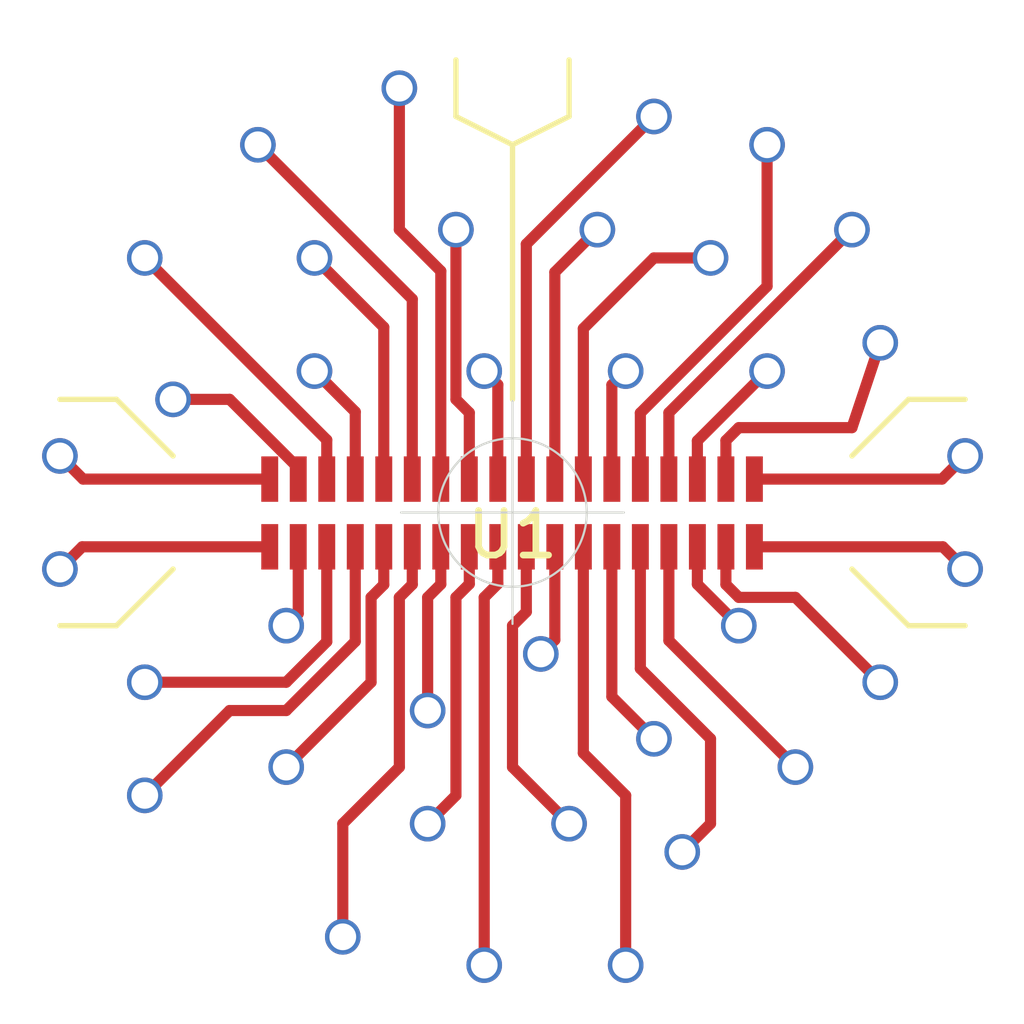
<source format=kicad_pcb>
(kicad_pcb (version 20171130) (host pcbnew "(5.1.9)-1")

  (general
    (thickness 1.6)
    (drawings 16)
    (tracks 135)
    (zones 0)
    (modules 1)
    (nets 19)
  )

  (page A4)
  (layers
    (0 F.Cu signal)
    (31 B.Cu signal)
    (32 B.Adhes user)
    (33 F.Adhes user)
    (34 B.Paste user)
    (35 F.Paste user)
    (36 B.SilkS user)
    (37 F.SilkS user)
    (38 B.Mask user)
    (39 F.Mask user)
    (40 Dwgs.User user)
    (41 Cmts.User user)
    (42 Eco1.User user)
    (43 Eco2.User user)
    (44 Edge.Cuts user)
    (45 Margin user)
    (46 B.CrtYd user)
    (47 F.CrtYd user)
    (48 B.Fab user)
    (49 F.Fab user)
  )

  (setup
    (last_trace_width 0.25)
    (trace_clearance 0.2)
    (zone_clearance 0.508)
    (zone_45_only no)
    (trace_min 0.2)
    (via_size 0.8)
    (via_drill 0.4)
    (via_min_size 0.4)
    (via_min_drill 0.3)
    (uvia_size 0.3)
    (uvia_drill 0.1)
    (uvias_allowed no)
    (uvia_min_size 0.2)
    (uvia_min_drill 0.1)
    (edge_width 0.05)
    (segment_width 0.2)
    (pcb_text_width 0.3)
    (pcb_text_size 1.5 1.5)
    (mod_edge_width 0.12)
    (mod_text_size 1 1)
    (mod_text_width 0.15)
    (pad_size 1.524 1.524)
    (pad_drill 0.762)
    (pad_to_mask_clearance 0)
    (aux_axis_origin 0 0)
    (visible_elements 7FFFFFFF)
    (pcbplotparams
      (layerselection 0x010fc_ffffffff)
      (usegerberextensions false)
      (usegerberattributes true)
      (usegerberadvancedattributes true)
      (creategerberjobfile true)
      (excludeedgelayer true)
      (linewidth 0.100000)
      (plotframeref false)
      (viasonmask false)
      (mode 1)
      (useauxorigin false)
      (hpglpennumber 1)
      (hpglpenspeed 20)
      (hpglpendiameter 15.000000)
      (psnegative false)
      (psa4output false)
      (plotreference true)
      (plotvalue true)
      (plotinvisibletext false)
      (padsonsilk false)
      (subtractmaskfromsilk false)
      (outputformat 1)
      (mirror false)
      (drillshape 1)
      (scaleselection 1)
      (outputdirectory ""))
  )

  (net 0 "")
  (net 1 "Net-(U1-Pad18)")
  (net 2 "Net-(U1-Pad17)")
  (net 3 "Net-(U1-Pad16)")
  (net 4 "Net-(U1-Pad15)")
  (net 5 "Net-(U1-Pad14)")
  (net 6 "Net-(U1-Pad13)")
  (net 7 "Net-(U1-Pad12)")
  (net 8 "Net-(U1-Pad11)")
  (net 9 "Net-(U1-Pad10)")
  (net 10 "Net-(U1-Pad9)")
  (net 11 "Net-(U1-Pad8)")
  (net 12 "Net-(U1-Pad7)")
  (net 13 "Net-(U1-Pad6)")
  (net 14 "Net-(U1-Pad5)")
  (net 15 "Net-(U1-Pad4)")
  (net 16 "Net-(U1-Pad3)")
  (net 17 "Net-(U1-Pad2)")
  (net 18 "Net-(U1-Pad1)")

  (net_class Default "This is the default net class."
    (clearance 0.2)
    (trace_width 0.25)
    (via_dia 0.8)
    (via_drill 0.4)
    (uvia_dia 0.3)
    (uvia_drill 0.1)
    (add_net "Net-(U1-Pad1)")
    (add_net "Net-(U1-Pad10)")
    (add_net "Net-(U1-Pad11)")
    (add_net "Net-(U1-Pad12)")
    (add_net "Net-(U1-Pad13)")
    (add_net "Net-(U1-Pad14)")
    (add_net "Net-(U1-Pad15)")
    (add_net "Net-(U1-Pad16)")
    (add_net "Net-(U1-Pad17)")
    (add_net "Net-(U1-Pad18)")
    (add_net "Net-(U1-Pad2)")
    (add_net "Net-(U1-Pad3)")
    (add_net "Net-(U1-Pad4)")
    (add_net "Net-(U1-Pad5)")
    (add_net "Net-(U1-Pad6)")
    (add_net "Net-(U1-Pad7)")
    (add_net "Net-(U1-Pad8)")
    (add_net "Net-(U1-Pad9)")
  )

  (module OMNETICS:36_Surface_Mount (layer F.Cu) (tedit 60C2496D) (tstamp 60C93A0E)
    (at 139.7 88.9)
    (path /60C935AE)
    (fp_text reference U1 (at 0 0.5) (layer F.SilkS)
      (effects (font (size 1 1) (thickness 0.15)))
    )
    (fp_text value Omnetics32 (at 0 -0.5) (layer F.Fab)
      (effects (font (size 1 1) (thickness 0.15)))
    )
    (fp_poly (pts (xy 5.8 1.4) (xy -5.8 1.4) (xy -5.8 -1.4) (xy 5.8 -1.4)) (layer F.CrtYd) (width 0.1))
    (pad 36 smd rect (at 5.43 0.77) (size 0.38 1.02) (layers F.Cu F.Paste F.Mask))
    (pad 35 smd rect (at 4.79 0.77) (size 0.38 1.02) (layers F.Cu F.Paste F.Mask))
    (pad 34 smd rect (at 4.15 0.77) (size 0.38 1.02) (layers F.Cu F.Paste F.Mask))
    (pad 33 smd rect (at 3.51 0.77) (size 0.38 1.02) (layers F.Cu F.Paste F.Mask))
    (pad 32 smd rect (at 2.87 0.77) (size 0.38 1.02) (layers F.Cu F.Paste F.Mask))
    (pad 31 smd rect (at 2.23 0.77) (size 0.38 1.02) (layers F.Cu F.Paste F.Mask))
    (pad 30 smd rect (at 1.59 0.77) (size 0.38 1.02) (layers F.Cu F.Paste F.Mask))
    (pad 29 smd rect (at 0.95 0.77) (size 0.38 1.02) (layers F.Cu F.Paste F.Mask))
    (pad 28 smd rect (at 0.31 0.77) (size 0.38 1.02) (layers F.Cu F.Paste F.Mask))
    (pad 27 smd rect (at -0.33 0.77) (size 0.38 1.02) (layers F.Cu F.Paste F.Mask))
    (pad 26 smd rect (at -0.97 0.77) (size 0.38 1.02) (layers F.Cu F.Paste F.Mask))
    (pad 25 smd rect (at -1.61 0.77) (size 0.38 1.02) (layers F.Cu F.Paste F.Mask))
    (pad 24 smd rect (at -2.25 0.77) (size 0.38 1.02) (layers F.Cu F.Paste F.Mask))
    (pad 23 smd rect (at -2.89 0.77) (size 0.38 1.02) (layers F.Cu F.Paste F.Mask))
    (pad 22 smd rect (at -3.53 0.77) (size 0.38 1.02) (layers F.Cu F.Paste F.Mask))
    (pad 21 smd rect (at -4.17 0.77) (size 0.38 1.02) (layers F.Cu F.Paste F.Mask))
    (pad 20 smd rect (at -4.81 0.77) (size 0.38 1.02) (layers F.Cu F.Paste F.Mask))
    (pad 19 smd rect (at -5.45 0.77) (size 0.38 1.02) (layers F.Cu F.Paste F.Mask))
    (pad 18 smd rect (at 5.43 -0.75) (size 0.38 1.02) (layers F.Cu F.Paste F.Mask)
      (net 1 "Net-(U1-Pad18)"))
    (pad 17 smd rect (at 4.79 -0.75) (size 0.38 1.02) (layers F.Cu F.Paste F.Mask)
      (net 2 "Net-(U1-Pad17)"))
    (pad 16 smd rect (at 4.15 -0.75) (size 0.38 1.02) (layers F.Cu F.Paste F.Mask)
      (net 3 "Net-(U1-Pad16)"))
    (pad 15 smd rect (at 3.51 -0.75) (size 0.38 1.02) (layers F.Cu F.Paste F.Mask)
      (net 4 "Net-(U1-Pad15)"))
    (pad 14 smd rect (at 2.87 -0.75) (size 0.38 1.02) (layers F.Cu F.Paste F.Mask)
      (net 5 "Net-(U1-Pad14)"))
    (pad 13 smd rect (at 2.23 -0.75) (size 0.38 1.02) (layers F.Cu F.Paste F.Mask)
      (net 6 "Net-(U1-Pad13)"))
    (pad 12 smd rect (at 1.59 -0.75) (size 0.38 1.02) (layers F.Cu F.Paste F.Mask)
      (net 7 "Net-(U1-Pad12)"))
    (pad 11 smd rect (at 0.95 -0.75) (size 0.38 1.02) (layers F.Cu F.Paste F.Mask)
      (net 8 "Net-(U1-Pad11)"))
    (pad 10 smd rect (at 0.31 -0.75) (size 0.38 1.02) (layers F.Cu F.Paste F.Mask)
      (net 9 "Net-(U1-Pad10)"))
    (pad 9 smd rect (at -0.33 -0.75) (size 0.38 1.02) (layers F.Cu F.Paste F.Mask)
      (net 10 "Net-(U1-Pad9)"))
    (pad 8 smd rect (at -0.97 -0.75) (size 0.38 1.02) (layers F.Cu F.Paste F.Mask)
      (net 11 "Net-(U1-Pad8)"))
    (pad 7 smd rect (at -1.61 -0.75) (size 0.38 1.02) (layers F.Cu F.Paste F.Mask)
      (net 12 "Net-(U1-Pad7)"))
    (pad 6 smd rect (at -2.25 -0.75) (size 0.38 1.02) (layers F.Cu F.Paste F.Mask)
      (net 13 "Net-(U1-Pad6)"))
    (pad 5 smd rect (at -2.89 -0.75) (size 0.38 1.02) (layers F.Cu F.Paste F.Mask)
      (net 14 "Net-(U1-Pad5)"))
    (pad 4 smd rect (at -3.53 -0.75) (size 0.38 1.02) (layers F.Cu F.Paste F.Mask)
      (net 15 "Net-(U1-Pad4)"))
    (pad 3 smd rect (at -4.17 -0.75) (size 0.38 1.02) (layers F.Cu F.Paste F.Mask)
      (net 16 "Net-(U1-Pad3)"))
    (pad 2 smd rect (at -4.81 -0.75) (size 0.38 1.02) (layers F.Cu F.Paste F.Mask)
      (net 17 "Net-(U1-Pad2)"))
    (pad 1 smd rect (at -5.45 -0.75) (size 0.38 1.02) (layers F.Cu F.Paste F.Mask)
      (net 18 "Net-(U1-Pad1)"))
  )

  (target plus (at 139.7 88.9) (size 5) (width 0.05) (layer Edge.Cuts))
  (gr_circle (center 139.7 88.9) (end 151.13 88.9) (layer F.CrtYd) (width 0.15) (tstamp 61634974))
  (gr_circle (center 139.7 88.9) (end 151.13 88.9) (layer B.CrtYd) (width 0.15) (tstamp 61634974))
  (gr_line (start 140.97 80.01) (end 140.97 78.74) (layer F.SilkS) (width 0.12))
  (gr_line (start 139.7 80.645) (end 140.97 80.01) (layer F.SilkS) (width 0.12))
  (gr_line (start 138.43 80.01) (end 138.43 78.74) (layer F.SilkS) (width 0.12))
  (gr_line (start 139.7 80.645) (end 138.43 80.01) (layer F.SilkS) (width 0.12))
  (gr_line (start 139.7 86.36) (end 139.7 80.645) (layer F.SilkS) (width 0.12))
  (gr_line (start 130.81 86.36) (end 132.08 87.63) (layer F.SilkS) (width 0.12))
  (gr_line (start 129.54 86.36) (end 130.81 86.36) (layer F.SilkS) (width 0.12))
  (gr_line (start 130.81 91.44) (end 129.54 91.44) (layer F.SilkS) (width 0.12))
  (gr_line (start 132.08 90.17) (end 130.81 91.44) (layer F.SilkS) (width 0.12))
  (gr_line (start 148.59 86.36) (end 149.86 86.36) (layer F.SilkS) (width 0.12))
  (gr_line (start 147.32 87.63) (end 148.59 86.36) (layer F.SilkS) (width 0.12))
  (gr_line (start 148.59 91.44) (end 149.86 91.44) (layer F.SilkS) (width 0.12))
  (gr_line (start 147.32 90.17) (end 148.59 91.44) (layer F.SilkS) (width 0.12))

  (segment (start 134.25 89.67) (end 130.04 89.67) (width 0.25) (layer F.Cu) (net 0))
  (segment (start 149.36 89.67) (end 149.86 90.17) (width 0.25) (layer F.Cu) (net 0))
  (segment (start 145.13 89.67) (end 149.36 89.67) (width 0.25) (layer F.Cu) (net 0))
  (via (at 149.86 90.17) (size 0.8) (drill 0.6) (layers F.Cu B.Cu) (net 0) (tstamp 60C2BB9E))
  (segment (start 130.04 89.67) (end 129.54 90.17) (width 0.25) (layer F.Cu) (net 0))
  (via (at 129.54 90.17) (size 0.8) (drill 0.6) (layers F.Cu B.Cu) (net 0) (tstamp 60C2BB9E))
  (via (at 144.78 91.44) (size 0.8) (drill 0.6) (layers F.Cu B.Cu) (net 0) (tstamp 60C2BB9E))
  (via (at 147.955 92.71) (size 0.8) (drill 0.6) (layers F.Cu B.Cu) (net 0) (tstamp 60C2BB9E))
  (via (at 142.875 93.98) (size 0.8) (drill 0.6) (layers F.Cu B.Cu) (net 0) (tstamp 60C2BB9E))
  (via (at 146.05 94.615) (size 0.8) (drill 0.6) (layers F.Cu B.Cu) (net 0) (tstamp 60C2BB9E))
  (via (at 143.51 96.52) (size 0.8) (drill 0.6) (layers F.Cu B.Cu) (net 0) (tstamp 60C2BB9E))
  (via (at 142.24 99.06) (size 0.8) (drill 0.6) (layers F.Cu B.Cu) (net 0) (tstamp 60C2BB9E))
  (via (at 140.335 92.075) (size 0.8) (drill 0.6) (layers F.Cu B.Cu) (net 0) (tstamp 60C2BB9E))
  (via (at 140.97 95.885) (size 0.8) (drill 0.6) (layers F.Cu B.Cu) (net 0) (tstamp 60C2BB9E))
  (via (at 139.065 99.06) (size 0.8) (drill 0.6) (layers F.Cu B.Cu) (net 0) (tstamp 60C2BB9E))
  (via (at 135.89 98.425) (size 0.8) (drill 0.6) (layers F.Cu B.Cu) (net 0) (tstamp 60C2BB9E))
  (via (at 137.795 95.885) (size 0.8) (drill 0.6) (layers F.Cu B.Cu) (net 0) (tstamp 60C2BB9E))
  (via (at 137.795 93.345) (size 0.8) (drill 0.6) (layers F.Cu B.Cu) (net 0) (tstamp 60C2BB9E))
  (via (at 134.62 94.615) (size 0.8) (drill 0.6) (layers F.Cu B.Cu) (net 0) (tstamp 60C2BB9E))
  (via (at 134.62 91.44) (size 0.8) (drill 0.6) (layers F.Cu B.Cu) (net 0) (tstamp 60C2BB9E))
  (via (at 131.445 92.71) (size 0.8) (drill 0.6) (layers F.Cu B.Cu) (net 0) (tstamp 60C2BB9E))
  (via (at 131.445 95.25) (size 0.8) (drill 0.6) (layers F.Cu B.Cu) (net 0) (tstamp 60C2BB9E))
  (segment (start 146.685 91.44) (end 147.955 92.71) (width 0.25) (layer F.Cu) (net 0))
  (segment (start 146.05 90.805) (end 146.685 91.44) (width 0.25) (layer F.Cu) (net 0))
  (segment (start 144.78 90.805) (end 146.05 90.805) (width 0.25) (layer F.Cu) (net 0))
  (segment (start 144.49 90.515) (end 144.78 90.805) (width 0.25) (layer F.Cu) (net 0))
  (segment (start 144.49 89.67) (end 144.49 90.515) (width 0.25) (layer F.Cu) (net 0))
  (segment (start 143.85 90.51) (end 144.78 91.44) (width 0.25) (layer F.Cu) (net 0))
  (segment (start 143.85 89.67) (end 143.85 90.51) (width 0.25) (layer F.Cu) (net 0))
  (segment (start 143.21 91.775) (end 146.05 94.615) (width 0.25) (layer F.Cu) (net 0))
  (segment (start 143.21 89.67) (end 143.21 91.775) (width 0.25) (layer F.Cu) (net 0))
  (segment (start 142.57 89.67) (end 142.57 92.405) (width 0.25) (layer F.Cu) (net 0))
  (segment (start 142.57 92.405) (end 144.145 93.98) (width 0.25) (layer F.Cu) (net 0))
  (segment (start 144.145 95.885) (end 143.51 96.52) (width 0.25) (layer F.Cu) (net 0))
  (segment (start 144.145 93.98) (end 144.145 95.885) (width 0.25) (layer F.Cu) (net 0))
  (segment (start 141.93 93.035) (end 142.875 93.98) (width 0.25) (layer F.Cu) (net 0))
  (segment (start 141.93 89.67) (end 141.93 93.035) (width 0.25) (layer F.Cu) (net 0))
  (segment (start 141.29 89.67) (end 141.29 94.3) (width 0.25) (layer F.Cu) (net 0))
  (segment (start 142.24 95.25) (end 142.24 99.06) (width 0.25) (layer F.Cu) (net 0))
  (segment (start 141.29 94.3) (end 142.24 95.25) (width 0.25) (layer F.Cu) (net 0))
  (segment (start 140.65 91.76) (end 140.335 92.075) (width 0.25) (layer F.Cu) (net 0))
  (segment (start 140.65 89.67) (end 140.65 91.76) (width 0.25) (layer F.Cu) (net 0))
  (segment (start 140.01 89.67) (end 140.01 91.13) (width 0.25) (layer F.Cu) (net 0))
  (segment (start 140.01 91.13) (end 139.7 91.44) (width 0.25) (layer F.Cu) (net 0))
  (segment (start 139.7 94.615) (end 140.97 95.885) (width 0.25) (layer F.Cu) (net 0))
  (segment (start 139.7 91.44) (end 139.7 94.615) (width 0.25) (layer F.Cu) (net 0))
  (segment (start 139.37 89.67) (end 139.37 90.5) (width 0.25) (layer F.Cu) (net 0))
  (segment (start 139.065 90.805) (end 139.065 99.06) (width 0.25) (layer F.Cu) (net 0))
  (segment (start 139.37 90.5) (end 139.065 90.805) (width 0.25) (layer F.Cu) (net 0))
  (segment (start 138.73 89.67) (end 138.73 90.505) (width 0.25) (layer F.Cu) (net 0))
  (segment (start 138.73 90.505) (end 138.43 90.805) (width 0.25) (layer F.Cu) (net 0))
  (segment (start 138.43 95.25) (end 137.795 95.885) (width 0.25) (layer F.Cu) (net 0))
  (segment (start 138.43 90.805) (end 138.43 95.25) (width 0.25) (layer F.Cu) (net 0))
  (segment (start 138.09 89.67) (end 138.09 90.51) (width 0.25) (layer F.Cu) (net 0))
  (segment (start 137.795 90.805) (end 137.795 93.345) (width 0.25) (layer F.Cu) (net 0))
  (segment (start 138.09 90.51) (end 137.795 90.805) (width 0.25) (layer F.Cu) (net 0))
  (segment (start 134.89 91.17) (end 134.62 91.44) (width 0.25) (layer F.Cu) (net 0))
  (segment (start 134.89 89.67) (end 134.89 91.17) (width 0.25) (layer F.Cu) (net 0))
  (segment (start 134.62 92.71) (end 131.445 92.71) (width 0.25) (layer F.Cu) (net 0))
  (segment (start 135.53 91.8) (end 134.62 92.71) (width 0.25) (layer F.Cu) (net 0))
  (segment (start 135.53 89.67) (end 135.53 91.8) (width 0.25) (layer F.Cu) (net 0))
  (segment (start 135.89 95.885) (end 135.89 98.425) (width 0.25) (layer F.Cu) (net 0))
  (segment (start 137.16 94.615) (end 135.89 95.885) (width 0.25) (layer F.Cu) (net 0))
  (segment (start 137.16 90.805) (end 137.16 94.615) (width 0.25) (layer F.Cu) (net 0))
  (segment (start 137.45 90.515) (end 137.16 90.805) (width 0.25) (layer F.Cu) (net 0))
  (segment (start 137.45 89.67) (end 137.45 90.515) (width 0.25) (layer F.Cu) (net 0))
  (segment (start 136.525 90.805) (end 136.525 92.71) (width 0.25) (layer F.Cu) (net 0))
  (segment (start 136.81 90.52) (end 136.525 90.805) (width 0.25) (layer F.Cu) (net 0))
  (segment (start 136.525 92.71) (end 134.62 94.615) (width 0.25) (layer F.Cu) (net 0))
  (segment (start 136.81 89.67) (end 136.81 90.52) (width 0.25) (layer F.Cu) (net 0))
  (segment (start 133.35 93.345) (end 131.445 95.25) (width 0.25) (layer F.Cu) (net 0))
  (segment (start 134.62 93.345) (end 133.35 93.345) (width 0.25) (layer F.Cu) (net 0))
  (segment (start 136.17 91.795) (end 134.62 93.345) (width 0.25) (layer F.Cu) (net 0))
  (segment (start 136.17 89.67) (end 136.17 91.795) (width 0.25) (layer F.Cu) (net 0))
  (segment (start 149.34 88.15) (end 149.86 87.63) (width 0.25) (layer F.Cu) (net 1))
  (segment (start 145.13 88.15) (end 149.34 88.15) (width 0.25) (layer F.Cu) (net 1))
  (via (at 149.86 87.63) (size 0.8) (drill 0.6) (layers F.Cu B.Cu) (net 1) (tstamp 60C2BB9E))
  (via (at 147.955 85.09) (size 0.8) (drill 0.6) (layers F.Cu B.Cu) (net 2) (tstamp 60C2BB9E))
  (segment (start 144.49 88.15) (end 144.49 87.285) (width 0.25) (layer F.Cu) (net 2))
  (segment (start 144.78 86.995) (end 147.32 86.995) (width 0.25) (layer F.Cu) (net 2))
  (segment (start 144.49 87.285) (end 144.78 86.995) (width 0.25) (layer F.Cu) (net 2))
  (segment (start 147.32 86.995) (end 147.955 85.09) (width 0.25) (layer F.Cu) (net 2))
  (via (at 145.415 85.725) (size 0.8) (drill 0.6) (layers F.Cu B.Cu) (net 3) (tstamp 60C2BB9E))
  (segment (start 143.85 87.29) (end 145.415 85.725) (width 0.25) (layer F.Cu) (net 3))
  (segment (start 143.85 88.15) (end 143.85 87.29) (width 0.25) (layer F.Cu) (net 3))
  (via (at 147.32 82.55) (size 0.8) (drill 0.6) (layers F.Cu B.Cu) (net 4) (tstamp 60C2BB9E))
  (segment (start 143.21 86.66) (end 147.32 82.55) (width 0.25) (layer F.Cu) (net 4))
  (segment (start 143.21 88.15) (end 143.21 86.66) (width 0.25) (layer F.Cu) (net 4))
  (via (at 145.415 80.645) (size 0.8) (drill 0.6) (layers F.Cu B.Cu) (net 5) (tstamp 60C2BB9E))
  (segment (start 142.57 88.15) (end 142.57 86.665) (width 0.25) (layer F.Cu) (net 5))
  (segment (start 145.415 83.82) (end 145.415 80.645) (width 0.25) (layer F.Cu) (net 5))
  (segment (start 142.57 86.665) (end 145.415 83.82) (width 0.25) (layer F.Cu) (net 5))
  (via (at 142.24 85.725) (size 0.8) (drill 0.6) (layers F.Cu B.Cu) (net 6) (tstamp 60C2BB9E))
  (segment (start 141.93 86.035) (end 142.24 85.725) (width 0.25) (layer F.Cu) (net 6))
  (segment (start 141.93 88.15) (end 141.93 86.035) (width 0.25) (layer F.Cu) (net 6))
  (via (at 144.145 83.185) (size 0.8) (drill 0.6) (layers F.Cu B.Cu) (net 7) (tstamp 60C2BB9E))
  (segment (start 141.29 88.15) (end 141.29 84.77) (width 0.25) (layer F.Cu) (net 7))
  (segment (start 142.875 83.185) (end 144.145 83.185) (width 0.25) (layer F.Cu) (net 7))
  (segment (start 141.29 84.77) (end 142.875 83.185) (width 0.25) (layer F.Cu) (net 7))
  (via (at 141.605 82.55) (size 0.8) (drill 0.6) (layers F.Cu B.Cu) (net 8) (tstamp 60C2BB9E))
  (segment (start 140.65 83.505) (end 141.605 82.55) (width 0.25) (layer F.Cu) (net 8))
  (segment (start 140.65 88.15) (end 140.65 83.505) (width 0.25) (layer F.Cu) (net 8))
  (via (at 142.875 80.01) (size 0.8) (drill 0.6) (layers F.Cu B.Cu) (net 9) (tstamp 60C2BB9E))
  (segment (start 140.01 82.875) (end 142.875 80.01) (width 0.25) (layer F.Cu) (net 9))
  (segment (start 140.01 88.15) (end 140.01 82.875) (width 0.25) (layer F.Cu) (net 9))
  (via (at 139.065 85.725) (size 0.8) (drill 0.6) (layers F.Cu B.Cu) (net 10) (tstamp 60C2BB98))
  (segment (start 139.37 86.03) (end 139.065 85.725) (width 0.25) (layer F.Cu) (net 10))
  (segment (start 139.37 88.15) (end 139.37 86.03) (width 0.25) (layer F.Cu) (net 10))
  (via (at 138.43 82.55) (size 0.8) (drill 0.6) (layers F.Cu B.Cu) (net 11) (tstamp 60C2BB99))
  (segment (start 138.73 88.15) (end 138.73 86.66) (width 0.25) (layer F.Cu) (net 11))
  (segment (start 138.43 86.36) (end 138.43 82.55) (width 0.25) (layer F.Cu) (net 11))
  (segment (start 138.73 86.66) (end 138.43 86.36) (width 0.25) (layer F.Cu) (net 11))
  (via (at 137.16 79.375) (size 0.8) (drill 0.6) (layers F.Cu B.Cu) (net 12) (tstamp 60C2BB9E))
  (segment (start 138.09 88.15) (end 138.09 83.48) (width 0.25) (layer F.Cu) (net 12))
  (segment (start 137.16 82.55) (end 137.16 79.375) (width 0.25) (layer F.Cu) (net 12))
  (segment (start 138.09 83.48) (end 137.16 82.55) (width 0.25) (layer F.Cu) (net 12))
  (via (at 133.985 80.645) (size 0.8) (drill 0.6) (layers F.Cu B.Cu) (net 13) (tstamp 60C2BB99))
  (segment (start 137.45 84.11) (end 133.985 80.645) (width 0.25) (layer F.Cu) (net 13))
  (segment (start 137.45 88.15) (end 137.45 84.11) (width 0.25) (layer F.Cu) (net 13))
  (via (at 135.255 83.185) (size 0.8) (drill 0.6) (layers F.Cu B.Cu) (net 14) (tstamp 60C2BB98))
  (segment (start 136.81 84.74) (end 135.255 83.185) (width 0.25) (layer F.Cu) (net 14))
  (segment (start 136.81 88.15) (end 136.81 84.74) (width 0.25) (layer F.Cu) (net 14))
  (via (at 135.255 85.725) (size 0.8) (drill 0.6) (layers F.Cu B.Cu) (net 15) (tstamp 60C2BB9E))
  (segment (start 136.17 88.15) (end 136.17 86.64) (width 0.25) (layer F.Cu) (net 15))
  (segment (start 136.17 86.64) (end 135.255 85.725) (width 0.25) (layer F.Cu) (net 15))
  (via (at 131.445 83.185) (size 0.8) (drill 0.6) (layers F.Cu B.Cu) (net 16))
  (segment (start 135.53 87.27) (end 131.445 83.185) (width 0.25) (layer F.Cu) (net 16))
  (segment (start 135.53 88.15) (end 135.53 87.27) (width 0.25) (layer F.Cu) (net 16))
  (via (at 132.08 86.36) (size 0.8) (drill 0.6) (layers F.Cu B.Cu) (net 17))
  (segment (start 134.89 88.15) (end 134.89 87.9) (width 0.25) (layer F.Cu) (net 17))
  (segment (start 133.35 86.36) (end 132.08 86.36) (width 0.25) (layer F.Cu) (net 17))
  (segment (start 134.89 87.9) (end 133.35 86.36) (width 0.25) (layer F.Cu) (net 17))
  (segment (start 134.25 88.15) (end 130.06 88.15) (width 0.25) (layer F.Cu) (net 18))
  (segment (start 130.06 88.15) (end 129.54 87.63) (width 0.25) (layer F.Cu) (net 18))
  (via (at 129.54 87.63) (size 0.8) (drill 0.6) (layers F.Cu B.Cu) (net 18) (tstamp 60C2BB9E))

)

</source>
